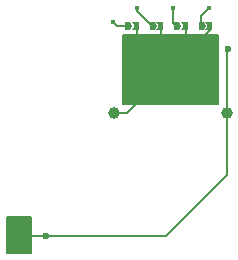
<source format=gtl>
G04 #@! TF.GenerationSoftware,KiCad,Pcbnew,8.0.8*
G04 #@! TF.CreationDate,2025-01-17T19:21:09-08:00*
G04 #@! TF.ProjectId,CA-53W backlight,43412d35-3357-4206-9261-636b6c696768,rev?*
G04 #@! TF.SameCoordinates,Original*
G04 #@! TF.FileFunction,Copper,L1,Top*
G04 #@! TF.FilePolarity,Positive*
%FSLAX46Y46*%
G04 Gerber Fmt 4.6, Leading zero omitted, Abs format (unit mm)*
G04 Created by KiCad (PCBNEW 8.0.8) date 2025-01-17 19:21:09*
%MOMM*%
%LPD*%
G01*
G04 APERTURE LIST*
G04 Aperture macros list*
%AMFreePoly0*
4,1,6,0.459254,0.000000,0.234254,-0.320000,-0.165746,-0.320000,-0.165746,0.320000,0.234254,0.320000,0.459254,0.000000,0.459254,0.000000,$1*%
%AMFreePoly1*
4,1,6,0.170177,-0.320000,-0.417015,-0.320000,-0.200000,0.000000,-0.417015,0.320000,0.170177,0.320000,0.170177,-0.320000,0.170177,-0.320000,$1*%
G04 Aperture macros list end*
G04 #@! TA.AperFunction,Conductor*
%ADD10C,0.200000*%
G04 #@! TD*
G04 #@! TA.AperFunction,SMDPad,CuDef*
%ADD11FreePoly0,0.000000*%
G04 #@! TD*
G04 #@! TA.AperFunction,SMDPad,CuDef*
%ADD12FreePoly1,0.000000*%
G04 #@! TD*
G04 #@! TA.AperFunction,SMDPad,CuDef*
%ADD13C,1.000000*%
G04 #@! TD*
G04 #@! TA.AperFunction,ViaPad*
%ADD14C,0.600000*%
G04 #@! TD*
G04 #@! TA.AperFunction,ViaPad*
%ADD15C,2.540000*%
G04 #@! TD*
G04 #@! TA.AperFunction,ViaPad*
%ADD16C,0.400000*%
G04 #@! TD*
G04 #@! TA.AperFunction,ViaPad*
%ADD17C,0.500000*%
G04 #@! TD*
G04 APERTURE END LIST*
D10*
X129872000Y-103997000D02*
X131904000Y-103997000D01*
X131904000Y-107045000D01*
X129872000Y-107045000D01*
X129872000Y-103997000D01*
G04 #@! TA.AperFunction,Conductor*
G36*
X129872000Y-103997000D02*
G01*
X131904000Y-103997000D01*
X131904000Y-107045000D01*
X129872000Y-107045000D01*
X129872000Y-103997000D01*
G37*
G04 #@! TD.AperFunction*
X139714500Y-88630000D02*
X147715500Y-88630000D01*
X147715500Y-94472000D01*
X139714500Y-94472000D01*
X139714500Y-88630000D01*
G04 #@! TA.AperFunction,Conductor*
G36*
X139714500Y-88630000D02*
G01*
X147715500Y-88630000D01*
X147715500Y-94472000D01*
X139714500Y-94472000D01*
X139714500Y-88630000D01*
G37*
G04 #@! TD.AperFunction*
D11*
X144210451Y-87868000D03*
D12*
X145035451Y-87868000D03*
D13*
X138952500Y-95234000D03*
D11*
X146284785Y-87868000D03*
D12*
X147109785Y-87868000D03*
D11*
X140061785Y-87868000D03*
D12*
X140886785Y-87868000D03*
D11*
X142136118Y-87868000D03*
D12*
X142961118Y-87868000D03*
D13*
X148477500Y-95234000D03*
D14*
X131624600Y-105648000D03*
D15*
X143765800Y-93278200D03*
D14*
X148464800Y-95234000D03*
X133174000Y-105648000D03*
D16*
X146953500Y-86344000D03*
D14*
X148604500Y-89773000D03*
D16*
X140857500Y-86344000D03*
X143905500Y-86344000D03*
X138825500Y-87487000D03*
D17*
X140476500Y-89265000D03*
X147080500Y-93710000D03*
X147080500Y-89265000D03*
X140603500Y-93710000D03*
D10*
X148477500Y-100504500D02*
X148477500Y-95234000D01*
X143334000Y-105648000D02*
X148477500Y-100504500D01*
X133174000Y-105648000D02*
X143334000Y-105648000D01*
X146284785Y-87012715D02*
X146284785Y-87868000D01*
X146953500Y-86344000D02*
X146284785Y-87012715D01*
X148604500Y-89773000D02*
X148477500Y-89900000D01*
X148477500Y-89900000D02*
X148477500Y-95234000D01*
X140857500Y-86344000D02*
X140857500Y-86589382D01*
X140857500Y-86589382D02*
X142136118Y-87868000D01*
X143905500Y-87563049D02*
X144210451Y-87868000D01*
X143905500Y-86344000D02*
X143905500Y-87563049D01*
X139206500Y-87868000D02*
X140061785Y-87868000D01*
X138825500Y-87487000D02*
X139206500Y-87868000D01*
X142961118Y-87868000D02*
X142961118Y-90797118D01*
X142961118Y-90797118D02*
X140886785Y-88722785D01*
X140886785Y-88722785D02*
X140886785Y-87868000D01*
X138952500Y-95234000D02*
X140032000Y-95234000D01*
X147109785Y-87868000D02*
X147109785Y-88156215D01*
X145035451Y-90230549D02*
X145035451Y-87868000D01*
X147109785Y-88156215D02*
X145035451Y-90230549D01*
X140032000Y-95234000D02*
X143715000Y-91551000D01*
X133174000Y-105648000D02*
X131396000Y-105648000D01*
X131396000Y-105648000D02*
X131269000Y-105521000D01*
M02*

</source>
